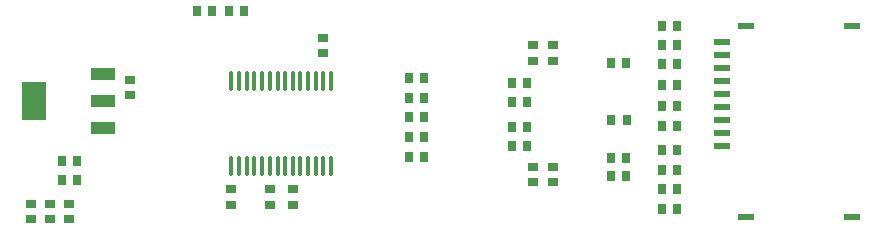
<source format=gbp>
%FSTAX23Y23*%
%MOIN*%
%SFA1B1*%

%IPPOS*%
%ADD16R,0.027559X0.037401*%
%ADD21R,0.037401X0.027559*%
%ADD46R,0.084645X0.127952*%
%ADD47R,0.084645X0.039370*%
%ADD48O,0.015748X0.064960*%
%ADD49R,0.055118X0.024409*%
%LNboard-1*%
%LPD*%
G54D16*
X0243Y04685D03*
X02379D03*
X0243Y0462D03*
X02379D03*
X02934Y05185D03*
X02985D03*
X02829D03*
X0288D03*
X03534Y04699D03*
X03585D03*
X03534Y04765D03*
X03585D03*
X03534Y0483D03*
X03585D03*
X03534Y04895D03*
X03585D03*
X03534Y0496D03*
X03585D03*
X03878Y04735D03*
X0393D03*
X03878Y04799D03*
X0393D03*
X03878Y04882D03*
X0393D03*
X03878Y04946D03*
X0393D03*
X0426Y0501D03*
X04209D03*
X0421Y04821D03*
X04261D03*
X0426Y04695D03*
X04209D03*
X0426Y04635D03*
X04209D03*
X0443Y05135D03*
X04379D03*
Y0507D03*
X0443D03*
X04379Y05007D03*
X0443D03*
X04379Y04938D03*
X0443D03*
Y04869D03*
X04379D03*
Y048D03*
X0443D03*
X04379Y0472D03*
X0443D03*
X04379Y04655D03*
X0443D03*
X04379Y0459D03*
X0443D03*
X04379Y04525D03*
X0443D03*
G54D21*
X03148Y0459D03*
Y04539D03*
X03071Y0459D03*
Y04539D03*
X02943Y0459D03*
Y04539D03*
X02276Y0449D03*
Y04541D03*
X02339Y0449D03*
Y04541D03*
X02402Y0449D03*
Y04541D03*
X02605Y04904D03*
Y04955D03*
X0325Y05045D03*
Y05096D03*
X0395Y04666D03*
Y04614D03*
X04015Y04666D03*
Y04614D03*
X0395Y05019D03*
Y0507D03*
X04015Y05019D03*
Y0507D03*
G54D46*
X02284Y04885D03*
G54D47*
X02515Y04794D03*
Y04885D03*
Y04975D03*
G54D48*
X03276Y04667D03*
X0325D03*
X03225D03*
X03199D03*
X03173D03*
X03148D03*
X03122D03*
X03097D03*
X03071D03*
X03046D03*
X0302D03*
X02994D03*
X02969D03*
X02943D03*
X03276Y04952D03*
X0325D03*
X03225D03*
X03199D03*
X03173D03*
X03148D03*
X03122D03*
X03097D03*
X03071D03*
X03046D03*
X0302D03*
X02994D03*
X02969D03*
X02943D03*
G54D49*
X05011Y04499D03*
X04657D03*
X05011Y05135D03*
X04657D03*
X04578Y04864D03*
Y05081D03*
Y04994D03*
Y04951D03*
Y04908D03*
Y04821D03*
Y04778D03*
Y05038D03*
Y04735D03*
M02*
</source>
